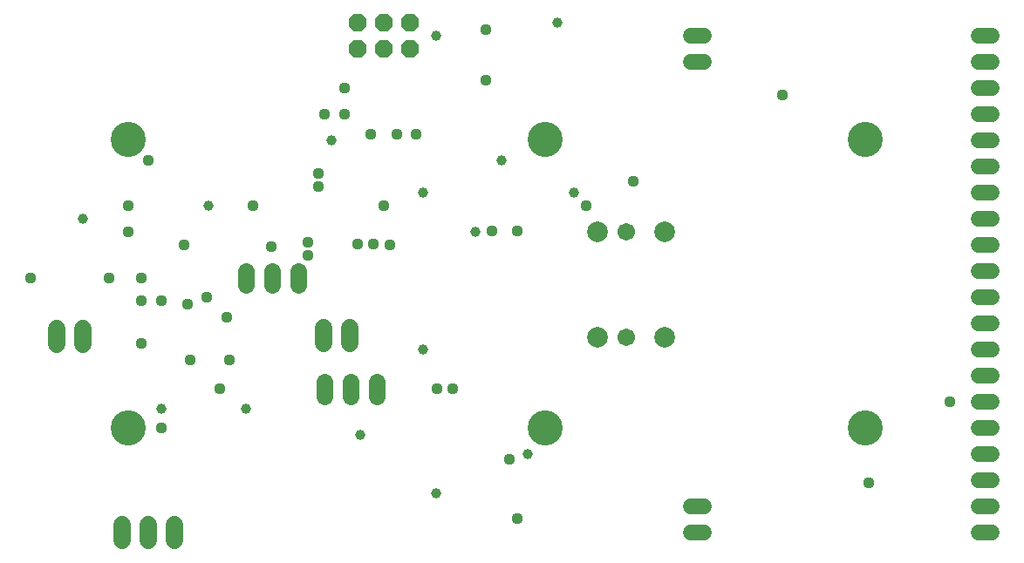
<source format=gbs>
G75*
G70*
%OFA0B0*%
%FSLAX24Y24*%
%IPPOS*%
%LPD*%
%AMOC8*
5,1,8,0,0,1.08239X$1,22.5*
%
%ADD10C,0.1340*%
%ADD11OC8,0.0680*%
%ADD12C,0.0595*%
%ADD13C,0.0674*%
%ADD14C,0.0789*%
%ADD15C,0.0680*%
%ADD16C,0.0640*%
%ADD17C,0.0390*%
%ADD18C,0.0440*%
D10*
X004361Y005876D03*
X020306Y005876D03*
X032510Y005876D03*
X032510Y016900D03*
X020306Y016900D03*
X004361Y016900D03*
D11*
X013111Y020361D03*
X014111Y020361D03*
X015111Y020361D03*
X015111Y021361D03*
X014111Y021361D03*
X013111Y021361D03*
D12*
X025854Y020862D02*
X026369Y020862D01*
X026369Y019862D02*
X025854Y019862D01*
X036854Y019862D02*
X037369Y019862D01*
X037369Y020862D02*
X036854Y020862D01*
X036854Y018862D02*
X037369Y018862D01*
X037369Y017862D02*
X036854Y017862D01*
X036854Y016862D02*
X037369Y016862D01*
X037369Y015862D02*
X036854Y015862D01*
X036854Y014862D02*
X037369Y014862D01*
X037369Y013862D02*
X036854Y013862D01*
X036854Y012862D02*
X037369Y012862D01*
X037369Y011862D02*
X036854Y011862D01*
X036854Y010862D02*
X037369Y010862D01*
X037369Y009862D02*
X036854Y009862D01*
X036854Y008862D02*
X037369Y008862D01*
X037369Y007862D02*
X036854Y007862D01*
X036854Y006862D02*
X037369Y006862D01*
X037369Y005862D02*
X036854Y005862D01*
X036854Y004862D02*
X037369Y004862D01*
X037369Y003862D02*
X036854Y003862D01*
X036854Y002862D02*
X037369Y002862D01*
X037369Y001862D02*
X036854Y001862D01*
X026369Y001862D02*
X025854Y001862D01*
X025854Y002862D02*
X026369Y002862D01*
D13*
X023386Y009333D03*
X023386Y013388D03*
D14*
X022284Y013388D03*
X024843Y013388D03*
X024843Y009333D03*
X022284Y009333D03*
D15*
X004111Y002161D02*
X004111Y001561D01*
X005111Y001561D02*
X005111Y002161D01*
X006111Y002161D02*
X006111Y001561D01*
X002611Y009061D02*
X002611Y009661D01*
X001611Y009661D02*
X001611Y009061D01*
X011837Y009108D02*
X011837Y009708D01*
X012837Y009708D02*
X012837Y009108D01*
D16*
X012861Y007641D02*
X012861Y007081D01*
X011861Y007081D02*
X011861Y007641D01*
X013861Y007641D02*
X013861Y007081D01*
X010861Y011331D02*
X010861Y011891D01*
X009861Y011891D02*
X009861Y011331D01*
X008861Y011331D02*
X008861Y011891D01*
D17*
X007423Y014361D03*
X012111Y016861D03*
X015611Y014861D03*
X017611Y013361D03*
X021386Y014861D03*
X018611Y016111D03*
X016111Y020861D03*
X020761Y021361D03*
X002611Y013861D03*
X005611Y006611D03*
X008861Y006611D03*
X013236Y005611D03*
X016111Y003361D03*
X019611Y004861D03*
X015611Y008861D03*
D18*
X016161Y007386D03*
X016761Y007386D03*
X018936Y004686D03*
X019211Y002411D03*
X008236Y008486D03*
X006736Y008486D03*
X007861Y007361D03*
X005611Y005861D03*
X004861Y009111D03*
X006611Y010611D03*
X007361Y010861D03*
X008111Y010111D03*
X005611Y010736D03*
X004861Y010736D03*
X004861Y011611D03*
X003611Y011611D03*
X004361Y013361D03*
X004361Y014361D03*
X005111Y016111D03*
X009111Y014361D03*
X011236Y012986D03*
X011236Y012486D03*
X009811Y012811D03*
X013111Y012923D03*
X013711Y012898D03*
X014361Y012861D03*
X014111Y014361D03*
X011611Y015111D03*
X011611Y015611D03*
X013611Y017111D03*
X014611Y017111D03*
X015361Y017111D03*
X012611Y017861D03*
X011861Y017861D03*
X012611Y018861D03*
X018011Y019161D03*
X018011Y021111D03*
X023661Y015311D03*
X021873Y014361D03*
X019211Y013411D03*
X018261Y013411D03*
X029361Y018611D03*
X035761Y006861D03*
X032661Y003761D03*
X006486Y012861D03*
X000611Y011611D03*
M02*

</source>
